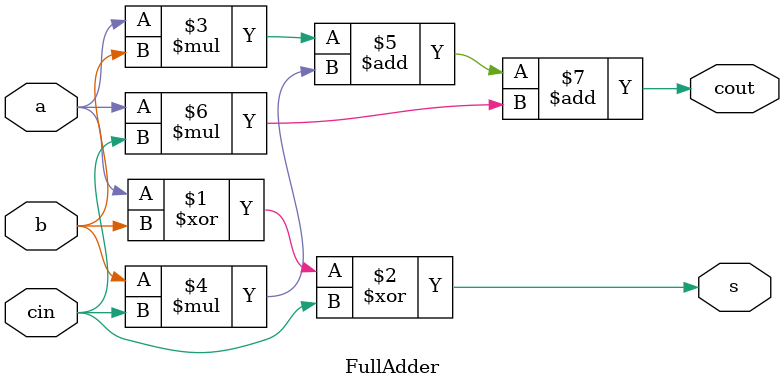
<source format=v>
`timescale 1ns / 1ps


module FullAdder(
    input cin,
    input b,
    input a,
    output cout,
    output s
    );
    
    assign s = a ^ b ^ cin;
    assign cout = a*b + b*cin + a*cin;
endmodule

</source>
